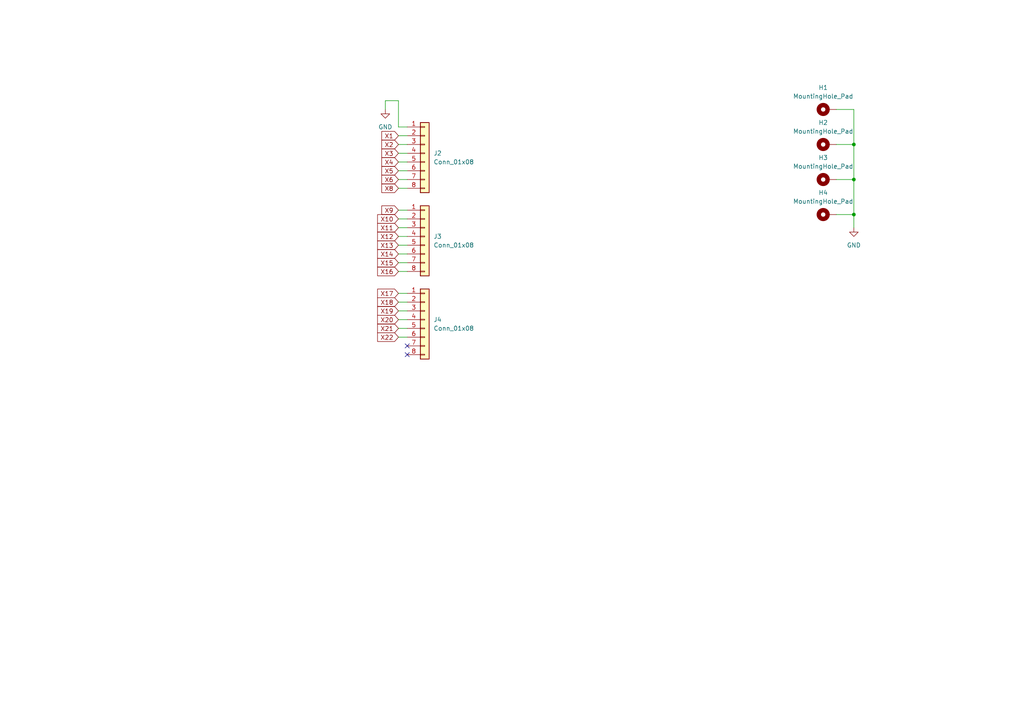
<source format=kicad_sch>
(kicad_sch (version 20230121) (generator eeschema)
  (paper "A4")
  (lib_symbols
    (symbol "Connector_Generic:Conn_01x08" (pin_names (offset 1.016) hide)
      (property "Reference" "J" (at 0 10.16 0))
      (property "Value" "Conn_01x08" (at 0 -12.7 0))
      (symbol "Conn_01x08_1_1"
        (rectangle (start -1.27 -10.033) (end 0 -10.287) (stroke (width 0.1524)))
        (rectangle (start -1.27 -7.493) (end 0 -7.747) (stroke (width 0.1524)))
        (rectangle (start -1.27 -4.953) (end 0 -5.207) (stroke (width 0.1524)))
        (rectangle (start -1.27 -2.413) (end 0 -2.667) (stroke (width 0.1524)))
        (rectangle (start -1.27 0.127) (end 0 -0.127) (stroke (width 0.1524)))
        (rectangle (start -1.27 2.667) (end 0 2.413) (stroke (width 0.1524)))
        (rectangle (start -1.27 5.207) (end 0 4.953) (stroke (width 0.1524)))
        (rectangle (start -1.27 7.747) (end 0 7.493) (stroke (width 0.1524)))
        (rectangle (start -1.27 8.89) (end 1.27 -11.43) (stroke (width 0.254)) (fill (type background)))
        (pin passive line (at -5.08 7.62 0) (length 3.81) (name "Pin_1") (number "1"))
        (pin passive line (at -5.08 5.08 0) (length 3.81) (name "Pin_2") (number "2"))
        (pin passive line (at -5.08 2.54 0) (length 3.81) (name "Pin_3") (number "3"))
        (pin passive line (at -5.08 0 0) (length 3.81) (name "Pin_4") (number "4"))
        (pin passive line (at -5.08 -2.54 0) (length 3.81) (name "Pin_5") (number "5"))
        (pin passive line (at -5.08 -5.08 0) (length 3.81) (name "Pin_6") (number "6"))
        (pin passive line (at -5.08 -7.62 0) (length 3.81) (name "Pin_7") (number "7"))
        (pin passive line (at -5.08 -10.16 0) (length 3.81) (name "Pin_8") (number "8"))
      )
    )
    (symbol "Mechanical:MountingHole_Pad" (pin_numbers hide) (pin_names (offset 1.016) hide)
      (property "Reference" "H" (at 0 6.35 0))
      (property "Value" "MountingHole_Pad" (at 0 4.445 0))
      (symbol "MountingHole_Pad_0_1"
        (circle (center 0 1.27) (radius 1.27) (stroke (width 1.27)))
      )
      (symbol "MountingHole_Pad_1_1"
        (pin input line (at 0 -2.54 90) (length 2.54) (name "1") (number "1"))
      )
    )
    (symbol "power:GND" (power) (pin_names (offset 0))
      (property "Value" "GND" (at 0 -3.81 0))
      (symbol "GND_0_1"
        (polyline (pts (xy 0 0) (xy 0 -1.27) (xy 1.27 -1.27) (xy 0 -2.54) (xy -1.27 -1.27) (xy 0 -1.27)))
      )
      (symbol "GND_1_1"
        (pin power_in line (at 0 0 270) (length 0) hide (name "GND") (number "1"))
      )
    )
  )
  (junction (at 247.65 62.23))
  (junction (at 247.65 52.07))
  (junction (at 247.65 41.91))
  (no_connect (at 118.11 102.87))
  (no_connect (at 118.11 100.33))
  (wire (pts (xy 115.57 87.63) (xy 118.11 87.63)))
  (wire (pts (xy 115.57 78.74) (xy 118.11 78.74)))
  (wire (pts (xy 115.57 41.91) (xy 118.11 41.91)))
  (wire (pts (xy 115.57 92.71) (xy 118.11 92.71)))
  (wire (pts (xy 242.57 62.23) (xy 247.65 62.23)))
  (wire (pts (xy 242.57 41.91) (xy 247.65 41.91)))
  (wire (pts (xy 115.57 29.21) (xy 111.76 29.21)))
  (wire (pts (xy 115.57 90.17) (xy 118.11 90.17)))
  (wire (pts (xy 115.57 95.25) (xy 118.11 95.25)))
  (wire (pts (xy 115.57 63.5) (xy 118.11 63.5)))
  (wire (pts (xy 115.57 97.79) (xy 118.11 97.79)))
  (wire (pts (xy 247.65 52.07) (xy 247.65 62.23)))
  (wire (pts (xy 242.57 31.75) (xy 247.65 31.75)))
  (wire (pts (xy 115.57 68.58) (xy 118.11 68.58)))
  (wire (pts (xy 115.57 60.96) (xy 118.11 60.96)))
  (wire (pts (xy 115.57 76.2) (xy 118.11 76.2)))
  (wire (pts (xy 115.57 73.66) (xy 118.11 73.66)))
  (wire (pts (xy 115.57 52.07) (xy 118.11 52.07)))
  (wire (pts (xy 115.57 54.61) (xy 118.11 54.61)))
  (wire (pts (xy 242.57 52.07) (xy 247.65 52.07)))
  (wire (pts (xy 247.65 41.91) (xy 247.65 52.07)))
  (wire (pts (xy 115.57 71.12) (xy 118.11 71.12)))
  (wire (pts (xy 111.76 29.21) (xy 111.76 31.75)))
  (wire (pts (xy 247.65 31.75) (xy 247.65 41.91)))
  (wire (pts (xy 115.57 46.99) (xy 118.11 46.99)))
  (wire (pts (xy 115.57 66.04) (xy 118.11 66.04)))
  (wire (pts (xy 115.57 85.09) (xy 118.11 85.09)))
  (wire (pts (xy 118.11 36.83) (xy 115.57 36.83)))
  (wire (pts (xy 115.57 39.37) (xy 118.11 39.37)))
  (wire (pts (xy 247.65 62.23) (xy 247.65 66.04)))
  (wire (pts (xy 115.57 49.53) (xy 118.11 49.53)))
  (wire (pts (xy 115.57 36.83) (xy 115.57 29.21)))
  (wire (pts (xy 115.57 44.45) (xy 118.11 44.45)))
  (global_label "X1" (shape input) (at 115.57 39.37 180) (property "Intersheetrefs" "${INTERSHEET_REFS}" (effects hide)))
  (global_label "X21" (shape input) (at 115.57 95.25 180) (property "Intersheetrefs" "${INTERSHEET_REFS}" (effects hide)))
  (global_label "X19" (shape input) (at 115.57 90.17 180) (property "Intersheetrefs" "${INTERSHEET_REFS}" (effects hide)))
  (global_label "X10" (shape input) (at 115.57 63.5 180) (property "Intersheetrefs" "${INTERSHEET_REFS}" (effects hide)))
  (global_label "X17" (shape input) (at 115.57 85.09 180) (property "Intersheetrefs" "${INTERSHEET_REFS}" (effects hide)))
  (global_label "X3" (shape input) (at 115.57 44.45 180) (property "Intersheetrefs" "${INTERSHEET_REFS}" (effects hide)))
  (global_label "X12" (shape input) (at 115.57 68.58 180) (property "Intersheetrefs" "${INTERSHEET_REFS}" (effects hide)))
  (global_label "X5" (shape input) (at 115.57 49.53 180) (property "Intersheetrefs" "${INTERSHEET_REFS}" (effects hide)))
  (global_label "X2" (shape input) (at 115.57 41.91 180) (property "Intersheetrefs" "${INTERSHEET_REFS}" (effects hide)))
  (global_label "X14" (shape input) (at 115.57 73.66 180) (property "Intersheetrefs" "${INTERSHEET_REFS}" (effects hide)))
  (global_label "X4" (shape input) (at 115.57 46.99 180) (property "Intersheetrefs" "${INTERSHEET_REFS}" (effects hide)))
  (global_label "X15" (shape input) (at 115.57 76.2 180) (property "Intersheetrefs" "${INTERSHEET_REFS}" (effects hide)))
  (global_label "X6" (shape input) (at 115.57 52.07 180) (property "Intersheetrefs" "${INTERSHEET_REFS}" (effects hide)))
  (global_label "X16" (shape input) (at 115.57 78.74 180) (property "Intersheetrefs" "${INTERSHEET_REFS}" (effects hide)))
  (global_label "X13" (shape input) (at 115.57 71.12 180) (property "Intersheetrefs" "${INTERSHEET_REFS}" (effects hide)))
  (global_label "X18" (shape input) (at 115.57 87.63 180) (property "Intersheetrefs" "${INTERSHEET_REFS}" (effects hide)))
  (global_label "X22" (shape input) (at 115.57 97.79 180) (property "Intersheetrefs" "${INTERSHEET_REFS}" (effects hide)))
  (global_label "X8" (shape input) (at 115.57 54.61 180) (property "Intersheetrefs" "${INTERSHEET_REFS}" (effects hide)))
  (global_label "X11" (shape input) (at 115.57 66.04 180) (property "Intersheetrefs" "${INTERSHEET_REFS}" (effects hide)))
  (global_label "X9" (shape input) (at 115.57 60.96 180) (property "Intersheetrefs" "${INTERSHEET_REFS}" (effects hide)))
  (global_label "X20" (shape input) (at 115.57 92.71 180) (property "Intersheetrefs" "${INTERSHEET_REFS}" (effects hide)))
  (symbol (lib_id "power:GND") (at 247.65 66.04 0) (unit 1)
    (property "Reference" "#PWR059" (effects hide))
    (property "Value" "GND" (at 247.65 71.12 0))
  )
  (symbol (lib_id "Mechanical:MountingHole_Pad") (at 240.03 62.23 90) (unit 1)
    (property "Reference" "H4" (at 238.76 55.88 90))
    (property "Value" "MountingHole_Pad" (at 238.76 58.42 90))
    (property "Footprint" "MountingHole:MountingHole_3.2mm_M3_DIN965_Pad" (effects hide))
  )
  (symbol (lib_id "Connector_Generic:Conn_01x08") (at 123.19 44.45 0) (unit 1)
    (property "Reference" "J2" (at 125.73 44.45 0) (effects (justify left)))
    (property "Value" "Conn_01x08" (at 125.73 46.99 0) (effects (justify left)))
    (property "Footprint" "Connector_PinHeader_2.54mm:PinHeader_1x08_P2.54mm_Vertical" (effects hide))
  )
  (symbol (lib_id "Mechanical:MountingHole_Pad") (at 240.03 41.91 90) (unit 1)
    (property "Reference" "H2" (at 238.76 35.56 90))
    (property "Value" "MountingHole_Pad" (at 238.76 38.1 90))
    (property "Footprint" "MountingHole:MountingHole_3.2mm_M3_DIN965_Pad" (effects hide))
  )
  (symbol (lib_id "power:GND") (at 111.76 31.75 0) (unit 1)
    (property "Reference" "#PWR060" (effects hide))
    (property "Value" "GND" (at 111.76 36.83 0))
  )
  (symbol (lib_id "Connector_Generic:Conn_01x08") (at 123.19 68.58 0) (unit 1)
    (property "Reference" "J3" (at 125.73 68.58 0) (effects (justify left)))
    (property "Value" "Conn_01x08" (at 125.73 71.12 0) (effects (justify left)))
    (property "Footprint" "Connector_PinHeader_2.54mm:PinHeader_1x08_P2.54mm_Vertical" (effects hide))
  )
  (symbol (lib_id "Mechanical:MountingHole_Pad") (at 240.03 31.75 90) (unit 1)
    (property "Reference" "H1" (at 238.76 25.4 90))
    (property "Value" "MountingHole_Pad" (at 238.76 27.94 90))
    (property "Footprint" "MountingHole:MountingHole_3.2mm_M3_DIN965_Pad" (effects hide))
  )
  (symbol (lib_id "Connector_Generic:Conn_01x08") (at 123.19 92.71 0) (unit 1)
    (property "Reference" "J4" (at 125.73 92.71 0) (effects (justify left)))
    (property "Value" "Conn_01x08" (at 125.73 95.25 0) (effects (justify left)))
    (property "Footprint" "Connector_PinHeader_2.54mm:PinHeader_1x08_P2.54mm_Vertical" (effects hide))
  )
  (symbol (lib_id "Mechanical:MountingHole_Pad") (at 240.03 52.07 90) (unit 1)
    (property "Reference" "H3" (at 238.76 45.72 90))
    (property "Value" "MountingHole_Pad" (at 238.76 48.26 90))
    (property "Footprint" "MountingHole:MountingHole_3.2mm_M3_DIN965_Pad" (effects hide))
  )
)
</source>
